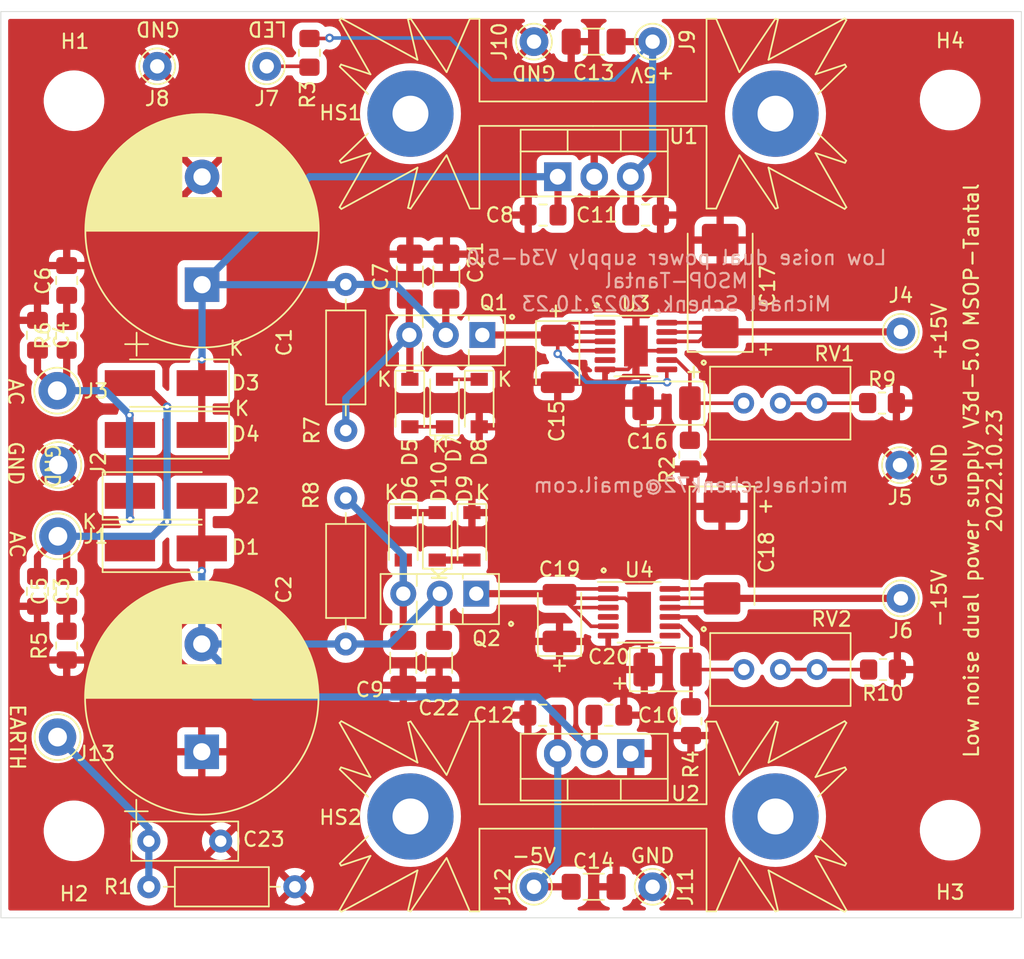
<source format=kicad_pcb>
(kicad_pcb (version 20211014) (generator pcbnew)
  (layers (0 "F.Cu" signal) (31 "B.Cu" signal) (34 "B.Paste" user) (35 "F.Paste" user) (36 "B.SilkS" user "B.Silkscreen") (37 "F.SilkS" user "F.Silkscreen") (38 "B.Mask" user) (39 "F.Mask" user) (44 "Edge.Cuts" user))
  (net 0 "")
  (net 1 "GND")
  (net 2 "Net-(C1-Pad1)")
  (net 3 "Net-(C4-Pad2)")
  (net 4 "Net-(C10-Pad2)")
  (net 5 "Net-(C11-Pad1)")
  (net 6 "Net-(C12-Pad2)")
  (net 7 "Net-(J7-Pad1)")
  (net 8 "Net-(C7-Pad1)")
  (net 9 "Net-(C9-Pad2)")
  (net 10 "Net-(C17-Pad1)")
  (net 11 "Net-(C18-Pad2)")
  (net 12 "Net-(C3-Pad1)")
  (net 13 "Net-(C5-Pad2)")
  (net 14 "Net-(C6-Pad2)")
  (net 15 "Net-(C16-Pad1)")
  (net 16 "Net-(D5-Pad2)")
  (net 17 "Net-(D10-Pad2)")
  (net 18 "Net-(D7-Pad2)")
  (net 19 "Net-(D10-Pad1)")
  (net 20 "Net-(C15-Pad1)")
  (net 21 "Net-(C20-Pad2)")
  (net 22 "Net-(C19-Pad2)")
  (net 26 "Net-(C23-Pad1)")
  (net 27 "Net-(R9-Pad1)")
  (net 28 "Net-(R10-Pad2)")
  (footprint "MountingHole:MountingHole_3.2mm_M3" (layer "F.Cu") (at 85.09 84.5)
    (fp_text reference "H2" (at 0 4.3815) (layer "F.SilkS"))
    (fp_text value "MountingHole")
    (pad "" np_thru_hole circle (at 0 0) (size 3.2 3.2) (drill 3.2) (layers *.Cu *.Mask))
  )
  (footprint "Connector_Pin:Pin_D1.0mm_L10.0mm" (layer "F.Cu") (at 142.5575 59.055)
    (fp_text reference "J5" (at 0 2.25) (layer "F.SilkS"))
    (fp_text value "GND")
    (pad "1" thru_hole circle (at 0 0) (size 2 2) (drill 1) (layers *.Cu *.Mask) (net 1 "GND"))
  )
  (footprint "Capacitor_THT:CP_Radial_D16.0mm_P7.50mm" (layer "F.Cu") (at 94 46.5 90)
    (fp_text reference "C1" (at -4.0132 5.715 90) (layer "F.SilkS"))
    (fp_text value "2200uF")
    (pad "1" thru_hole rect (at 0 0 90) (size 2.4 2.4) (drill 1.2) (layers *.Cu *.Mask) (net 2 "Net-(C1-Pad1)"))
    (pad "2" thru_hole circle (at 7.5 0 90) (size 2.4 2.4) (drill 1.2) (layers *.Cu *.Mask) (net 1 "GND"))
  )
  (footprint "MountingHole:MountingHole_3.2mm_M3" (layer "F.Cu") (at 85.09 33.7)
    (fp_text reference "H1" (at 0.0635 -4.1275) (layer "F.SilkS"))
    (fp_text value "MountingHole")
    (pad "" np_thru_hole circle (at 0 0) (size 3.2 3.2) (drill 3.2) (layers *.Cu *.Mask))
  )
  (footprint "MountingHole:MountingHole_3.2mm_M3" (layer "F.Cu") (at 146.05 33.655)
    (fp_text reference "H4" (at 0 -4.1275) (layer "F.SilkS"))
    (fp_text value "MountingHole")
    (pad "" np_thru_hole circle (at 0 0) (size 3.2 3.2) (drill 3.2) (layers *.Cu *.Mask))
  )
  (footprint "Connector_Pin:Pin_D1.3mm_L11.0mm" (layer "F.Cu") (at 83.9724 64.008)
    (fp_text reference "J1" (at 2.6416 0) (layer "F.SilkS"))
    (fp_text value "AC")
    (pad "1" thru_hole circle (at 0 0) (size 2.6 2.6) (drill 1.3) (layers *.Cu *.Mask) (net 12 "Net-(C3-Pad1)"))
  )
  (footprint "Connector_Pin:Pin_D1.0mm_L10.0mm" (layer "F.Cu") (at 142.621 49.784)
    (fp_text reference "J4" (at 0 -2.54) (layer "F.SilkS"))
    (fp_text value "+15V")
    (pad "1" thru_hole circle (at 0 0) (size 2 2) (drill 1) (layers *.Cu *.Mask) (net 10 "Net-(C17-Pad1)"))
  )
  (footprint "Potentiometer_THT:Potentiometer_Bourns_3296W_Vertical" (layer "F.Cu") (at 131.689 54.747 180)
    (fp_text reference "RV1" (at -6.3092 3.439) (layer "F.SilkS"))
    (fp_text value "200k")
    (pad "1" thru_hole circle (at 0 0 180) (size 1.44 1.44) (drill 0.8) (layers *.Cu *.Mask) (net 15 "Net-(C16-Pad1)"))
    (pad "2" thru_hole circle (at -2.54 0 180) (size 1.44 1.44) (drill 0.8) (layers *.Cu *.Mask) (net 27 "Net-(R9-Pad1)"))
    (pad "3" thru_hole circle (at -5.08 0 180) (size 1.44 1.44) (drill 0.8) (layers *.Cu *.Mask) (net 27 "Net-(R9-Pad1)"))
  )
  (footprint "Capacitor_THT:CP_Radial_D16.0mm_P7.50mm" (layer "F.Cu") (at 93.98 79 90)
    (fp_text reference "C2" (at 11.2846 5.715 90) (layer "F.SilkS"))
    (fp_text value "2200uF")
    (pad "1" thru_hole rect (at 0 0 90) (size 2.4 2.4) (drill 1.2) (layers *.Cu *.Mask) (net 1 "GND"))
    (pad "2" thru_hole circle (at 7.5 0 90) (size 2.4 2.4) (drill 1.2) (layers *.Cu *.Mask) (net 4 "Net-(C10-Pad2)"))
  )
  (footprint "MountingHole:MountingHole_3.2mm_M3" (layer "F.Cu") (at 146.05 84.455)
    (fp_text reference "H3" (at 0 4.318) (layer "F.SilkS"))
    (fp_text value "MountingHole")
    (pad "" np_thru_hole circle (at 0 0) (size 3.2 3.2) (drill 3.2) (layers *.Cu *.Mask))
  )
  (footprint "Capacitor_SMD:C_0805_2012Metric_Pad1.18x1.45mm_HandSolder" (layer "F.Cu") (at 117.729 41.656 180)
    (fp_text reference "C8" (at 3.0265 0) (layer "F.SilkS"))
    (fp_text value "330nF")
    (pad "1" smd roundrect (at -1.0375 0 180) (size 1.175 1.45) (layers "F.Cu" "F.Paste" "F.Mask") (roundrect_rratio 0.2127659574) (net 2 "Net-(C1-Pad1)"))
    (pad "2" smd roundrect (at 1.0375 0 180) (size 1.175 1.45) (layers "F.Cu" "F.Paste" "F.Mask") (roundrect_rratio 0.2127659574) (net 1 "GND"))
  )
  (footprint "Capacitor_SMD:C_0805_2012Metric_Pad1.18x1.45mm_HandSolder" (layer "F.Cu") (at 122.301 76.454 180)
    (fp_text reference "C10" (at -3.471 0) (layer "F.SilkS"))
    (fp_text value "330nF")
    (pad "1" smd roundrect (at -1.0375 0 180) (size 1.175 1.45) (layers "F.Cu" "F.Paste" "F.Mask") (roundrect_rratio 0.2127659574) (net 1 "GND"))
    (pad "2" smd roundrect (at 1.0375 0 180) (size 1.175 1.45) (layers "F.Cu" "F.Paste" "F.Mask") (roundrect_rratio 0.2127659574) (net 4 "Net-(C10-Pad2)"))
  )
  (footprint "Capacitor_SMD:C_0805_2012Metric_Pad1.18x1.45mm_HandSolder" (layer "F.Cu") (at 124.8625 41.656)
    (fp_text reference "C11" (at -3.387 0) (layer "F.SilkS"))
    (fp_text value "100nF")
    (pad "1" smd roundrect (at -1.0375 0) (size 1.175 1.45) (layers "F.Cu" "F.Paste" "F.Mask") (roundrect_rratio 0.2127659574) (net 5 "Net-(C11-Pad1)"))
    (pad "2" smd roundrect (at 1.0375 0) (size 1.175 1.45) (layers "F.Cu" "F.Paste" "F.Mask") (roundrect_rratio 0.2127659574) (net 1 "GND"))
  )
  (footprint "Capacitor_SMD:C_0805_2012Metric_Pad1.18x1.45mm_HandSolder" (layer "F.Cu") (at 117.7075 76.454)
    (fp_text reference "C12" (at -3.4075 0) (layer "F.SilkS"))
    (fp_text value "100nF")
    (pad "1" smd roundrect (at -1.0375 0) (size 1.175 1.45) (layers "F.Cu" "F.Paste" "F.Mask") (roundrect_rratio 0.2127659574) (net 1 "GND"))
    (pad "2" smd roundrect (at 1.0375 0) (size 1.175 1.45) (layers "F.Cu" "F.Paste" "F.Mask") (roundrect_rratio 0.2127659574) (net 6 "Net-(C12-Pad2)"))
  )
  (footprint "Connector_Pin:Pin_D1.0mm_L10.0mm" (layer "F.Cu") (at 98.5 31.3055)
    (fp_text reference "J7" (at 0 2.25) (layer "F.SilkS"))
    (fp_text value "LED")
    (pad "1" thru_hole circle (at 0 0) (size 2 2) (drill 1) (layers *.Cu *.Mask) (net 7 "Net-(J7-Pad1)"))
  )
  (footprint "Connector_Pin:Pin_D1.0mm_L10.0mm" (layer "F.Cu") (at 90.88 31.3055)
    (fp_text reference "J8" (at 0 2.25) (layer "F.SilkS"))
    (fp_text value "GND")
    (pad "1" thru_hole circle (at 0 0) (size 2 2) (drill 1) (layers *.Cu *.Mask) (net 1 "GND"))
  )
  (footprint "Connector_Pin:Pin_D1.0mm_L10.0mm" (layer "F.Cu") (at 125.349 29.591)
    (fp_text reference "J9" (at 2.413 0 90) (layer "F.SilkS"))
    (fp_text value "+5V")
    (pad "1" thru_hole circle (at 0 0) (size 2 2) (drill 1) (layers *.Cu *.Mask) (net 5 "Net-(C11-Pad1)"))
  )
  (footprint "Connector_Pin:Pin_D1.0mm_L10.0mm" (layer "F.Cu") (at 117.094 29.591)
    (fp_text reference "J10" (at -2.413 0 90) (layer "F.SilkS"))
    (fp_text value "GND")
    (pad "1" thru_hole circle (at 0 0) (size 2 2) (drill 1) (layers *.Cu *.Mask) (net 1 "GND"))
  )
  (footprint "Connector_Pin:Pin_D1.0mm_L10.0mm" (layer "F.Cu") (at 125.349 88.392)
    (fp_text reference "J11" (at 2.286 0 90) (layer "F.SilkS"))
    (fp_text value "GND")
    (pad "1" thru_hole circle (at 0 0) (size 2 2) (drill 1) (layers *.Cu *.Mask) (net 1 "GND"))
  )
  (footprint "Resistor_SMD:R_0805_2012Metric_Pad1.20x1.40mm_HandSolder" (layer "F.Cu") (at 101.473 30.369 90)
    (fp_text reference "R3" (at -2.905 -0.127 90) (layer "F.SilkS"))
    (fp_text value "240R")
    (pad "1" smd roundrect (at -1 0 90) (size 1.2 1.4) (layers "F.Cu" "F.Paste" "F.Mask") (roundrect_rratio 0.2083333333) (net 7 "Net-(J7-Pad1)"))
    (pad "2" smd roundrect (at 1 0 90) (size 1.2 1.4) (layers "F.Cu" "F.Paste" "F.Mask") (roundrect_rratio 0.2083333333) (net 5 "Net-(C11-Pad1)"))
  )
  (footprint "Connector_Pin:Pin_D1.3mm_L11.0mm" (layer "F.Cu") (at 84 59.0505)
    (fp_text reference "J2" (at 2.794 -0.0635 270) (layer "F.SilkS"))
    (fp_text value "GND")
    (pad "1" thru_hole circle (at 0 0) (size 2.6 2.6) (drill 1.3) (layers *.Cu *.Mask) (net 1 "GND"))
  )
  (footprint "Capacitor_Tantalum_SMD:CP_EIA-7343-31_Kemet-D_Pad2.25x2.55mm_HandSolder" (layer "F.Cu") (at 130.048 46.594 90)
    (fp_text reference "C17" (at 0 3.302 90) (layer "F.SilkS"))
    (fp_text value "33uF/25V")
    (pad "1" smd roundrect (at -3.2 0 90) (size 2.25 2.55) (layers "F.Cu" "F.Paste" "F.Mask") (roundrect_rratio 0.1111111111) (net 10 "Net-(C17-Pad1)"))
    (pad "2" smd roundrect (at 3.2 0 90) (size 2.25 2.55) (layers "F.Cu" "F.Paste" "F.Mask") (roundrect_rratio 0.1111111111) (net 1 "GND"))
  )
  (footprint "Diode_SMD:D_SMA_Handsoldering" (layer "F.Cu") (at 91.48 64.849)
    (fp_text reference "D1" (at 5.548 -0.079) (layer "F.SilkS"))
    (fp_text value "BYG20D")
    (pad "1" smd rect (at -2.5 0) (size 3.5 1.8) (layers "F.Cu" "F.Paste" "F.Mask") (net 12 "Net-(C3-Pad1)"))
    (pad "2" smd rect (at 2.5 0) (size 3.5 1.8) (layers "F.Cu" "F.Paste" "F.Mask") (net 4 "Net-(C10-Pad2)"))
  )
  (footprint "Diode_SMD:D_SMA_Handsoldering" (layer "F.Cu") (at 91.48 61.1914)
    (fp_text reference "D2" (at 5.548 0.0226) (layer "F.SilkS"))
    (fp_text value "BYG20D")
    (pad "1" smd rect (at -2.5 0) (size 3.5 1.8) (layers "F.Cu" "F.Paste" "F.Mask") (net 3 "Net-(C4-Pad2)"))
    (pad "2" smd rect (at 2.5 0) (size 3.5 1.8) (layers "F.Cu" "F.Paste" "F.Mask") (net 4 "Net-(C10-Pad2)"))
  )
  (footprint "Package_TO_SOT_THT:TO-220-3_Vertical" (layer "F.Cu") (at 123.825 79.121 180)
    (fp_text reference "U2" (at -3.81 -2.794) (layer "F.SilkS"))
    (fp_text value "LM7905_TO220")
    (pad "1" thru_hole rect (at 0 0 180) (size 1.905 2) (drill 1.1) (layers *.Cu *.Mask) (net 1 "GND"))
    (pad "2" thru_hole oval (at 2.54 0 180) (size 1.905 2) (drill 1.1) (layers *.Cu *.Mask) (net 4 "Net-(C10-Pad2)"))
    (pad "3" thru_hole oval (at 5.08 0 180) (size 1.905 2) (drill 1.1) (layers *.Cu *.Mask) (net 6 "Net-(C12-Pad2)"))
  )
  (footprint "Potentiometer_THT:Potentiometer_Bourns_3296W_Vertical" (layer "F.Cu") (at 131.699 73.279 180)
    (fp_text reference "RV2" (at -6.096 3.5052) (layer "F.SilkS"))
    (fp_text value "200k")
    (pad "1" thru_hole circle (at 0 0 180) (size 1.44 1.44) (drill 0.8) (layers *.Cu *.Mask) (net 21 "Net-(C20-Pad2)"))
    (pad "2" thru_hole circle (at -2.54 0 180) (size 1.44 1.44) (drill 0.8) (layers *.Cu *.Mask) (net 28 "Net-(R10-Pad2)"))
    (pad "3" thru_hole circle (at -5.08 0 180) (size 1.44 1.44) (drill 0.8) (layers *.Cu *.Mask) (net 28 "Net-(R10-Pad2)"))
  )
  (footprint "Connector_Pin:Pin_D1.3mm_L11.0mm" (layer "F.Cu") (at 83.9216 53.8734)
    (fp_text reference "J3" (at 2.6924 0.0299 180) (layer "F.SilkS"))
    (fp_text value "AC")
    (pad "1" thru_hole circle (at 0 0) (size 2.6 2.6) (drill 1.3) (layers *.Cu *.Mask) (net 3 "Net-(C4-Pad2)"))
  )
  (footprint "Diode_SMD:D_SMA_Handsoldering" (layer "F.Cu") (at 91.48 53.349 180)
    (fp_text reference "D3" (at -5.548 0.009) (layer "F.SilkS"))
    (fp_text value "BYG20D")
    (pad "1" smd rect (at -2.5 0 180) (size 3.5 1.8) (layers "F.Cu" "F.Paste" "F.Mask") (net 2 "Net-(C1-Pad1)"))
    (pad "2" smd rect (at 2.5 0 180) (size 3.5 1.8) (layers "F.Cu" "F.Paste" "F.Mask") (net 12 "Net-(C3-Pad1)"))
  )
  (footprint "Diode_SMD:D_SMA_Handsoldering" (layer "F.Cu") (at 91.48 56.9558 180)
    (fp_text reference "D4" (at -5.548 0.0598) (layer "F.SilkS"))
    (fp_text value "BYG20D")
    (pad "1" smd rect (at -2.5 0 180) (size 3.5 1.8) (layers "F.Cu" "F.Paste" "F.Mask") (net 2 "Net-(C1-Pad1)"))
    (pad "2" smd rect (at 2.5 0 180) (size 3.5 1.8) (layers "F.Cu" "F.Paste" "F.Mask") (net 3 "Net-(C4-Pad2)"))
  )
  (footprint "Capacitor_SMD:C_0805_2012Metric_Pad1.18x1.45mm_HandSolder" (layer "F.Cu") (at 82.55 67.8395 -90)
    (fp_text reference "C3" (at 0 -1.68 90) (layer "F.SilkS"))
    (fp_text value "Cx/10nF/50V")
    (pad "1" smd roundrect (at -1.0375 0 270) (size 1.175 1.45) (layers "F.Cu" "F.Paste" "F.Mask") (roundrect_rratio 0.2127659574) (net 12 "Net-(C3-Pad1)"))
    (pad "2" smd roundrect (at 1.0375 0 270) (size 1.175 1.45) (layers "F.Cu" "F.Paste" "F.Mask") (roundrect_rratio 0.2127659574) (net 1 "GND"))
  )
  (footprint "Capacitor_SMD:C_0805_2012Metric_Pad1.18x1.45mm_HandSolder" (layer "F.Cu") (at 82.55 50.0165 -90)
    (fp_text reference "C4" (at 0 -1.68 90) (layer "F.SilkS"))
    (fp_text value "Cx/10nF/50V")
    (pad "1" smd roundrect (at -1.0375 0 270) (size 1.175 1.45) (layers "F.Cu" "F.Paste" "F.Mask") (roundrect_rratio 0.2127659574) (net 1 "GND"))
    (pad "2" smd roundrect (at 1.0375 0 270) (size 1.175 1.45) (layers "F.Cu" "F.Paste" "F.Mask") (roundrect_rratio 0.2127659574) (net 3 "Net-(C4-Pad2)"))
  )
  (footprint "Capacitor_SMD:C_0805_2012Metric_Pad1.18x1.45mm_HandSolder" (layer "F.Cu") (at 84.582 67.8395 -90)
    (fp_text reference "C5" (at -0.0215 1.905 90) (layer "F.SilkS"))
    (fp_text value "Cs/50V")
    (pad "1" smd roundrect (at -1.0375 0 270) (size 1.175 1.45) (layers "F.Cu" "F.Paste" "F.Mask") (roundrect_rratio 0.2127659574) (net 12 "Net-(C3-Pad1)"))
    (pad "2" smd roundrect (at 1.0375 0 270) (size 1.175 1.45) (layers "F.Cu" "F.Paste" "F.Mask") (roundrect_rratio 0.2127659574) (net 13 "Net-(C5-Pad2)"))
  )
  (footprint "Capacitor_SMD:C_0805_2012Metric_Pad1.18x1.45mm_HandSolder" (layer "F.Cu") (at 84.582 46.2065 -90)
    (fp_text reference "C6" (at 0.0215 1.651 90) (layer "F.SilkS"))
    (fp_text value "Cs/50V")
    (pad "1" smd roundrect (at -1.0375 0 270) (size 1.175 1.45) (layers "F.Cu" "F.Paste" "F.Mask") (roundrect_rratio 0.2127659574) (net 1 "GND"))
    (pad "2" smd roundrect (at 1.0375 0 270) (size 1.175 1.45) (layers "F.Cu" "F.Paste" "F.Mask") (roundrect_rratio 0.2127659574) (net 14 "Net-(C6-Pad2)"))
  )
  (footprint "Capacitor_SMD:C_1206_3216Metric_Pad1.33x1.80mm_HandSolder" (layer "F.Cu") (at 108.458 45.9375 90)
    (fp_text reference "C7" (at -0.0365 -2.032 90) (layer "F.SilkS"))
    (fp_text value "4.7uF/50V")
    (pad "1" smd roundrect (at -1.5625 0 90) (size 1.325 1.8) (layers "F.Cu" "F.Paste" "F.Mask") (roundrect_rratio 0.1886792453) (net 8 "Net-(C7-Pad1)"))
    (pad "2" smd roundrect (at 1.5625 0 90) (size 1.325 1.8) (layers "F.Cu" "F.Paste" "F.Mask") (roundrect_rratio 0.1886792453) (net 1 "GND"))
  )
  (footprint "Capacitor_SMD:C_1206_3216Metric_Pad1.33x1.80mm_HandSolder" (layer "F.Cu") (at 108 72.8095 90)
    (fp_text reference "C9" (at -1.8665 -2.336) (layer "F.SilkS"))
    (fp_text value "4.7uF/50V")
    (pad "1" smd roundrect (at -1.5625 0 90) (size 1.325 1.8) (layers "F.Cu" "F.Paste" "F.Mask") (roundrect_rratio 0.1886792453) (net 1 "GND"))
    (pad "2" smd roundrect (at 1.5625 0 90) (size 1.325 1.8) (layers "F.Cu" "F.Paste" "F.Mask") (roundrect_rratio 0.1886792453) (net 9 "Net-(C9-Pad2)"))
  )
  (footprint "Diode_SMD:D_SOD-123" (layer "F.Cu") (at 108.458 54.736 -90)
    (fp_text reference "D5" (at 3.43 0 90) (layer "F.SilkS"))
    (fp_text value "MMSZ5232B/5.6V")
    (pad "1" smd rect (at -1.65 0 270) (size 0.9 1.2) (layers "F.Cu" "F.Paste" "F.Mask") (net 8 "Net-(C7-Pad1)"))
    (pad "2" smd rect (at 1.65 0 270) (size 0.9 1.2) (layers "F.Cu" "F.Paste" "F.Mask") (net 16 "Net-(D5-Pad2)"))
  )
  (footprint "Diode_SMD:D_SOD-123" (layer "F.Cu") (at 108 64.009 -90)
    (fp_text reference "D6" (at -3.303 -0.458 -270) (layer "F.SilkS"))
    (fp_text value "MMSZ5232B/5.6V")
    (pad "1" smd rect (at -1.65 0 270) (size 0.9 1.2) (layers "F.Cu" "F.Paste" "F.Mask") (net 17 "Net-(D10-Pad2)"))
    (pad "2" smd rect (at 1.65 0 270) (size 0.9 1.2) (layers "F.Cu" "F.Paste" "F.Mask") (net 9 "Net-(C9-Pad2)"))
  )
  (footprint "Package_TO_SOT_THT:TO-126-3_Vertical" (layer "F.Cu") (at 113.5 50 180)
    (fp_text reference "Q1" (at -0.8 2.248) (layer "F.SilkS"))
    (fp_text value "BD139")
    (pad "1" thru_hole rect (at 0 0 180) (size 1.8 1.8) (drill 1) (layers *.Cu *.Mask) (net 20 "Net-(C15-Pad1)"))
    (pad "2" thru_hole oval (at 2.54 0 180) (size 1.8 1.8) (drill 1) (layers *.Cu *.Mask) (net 2 "Net-(C1-Pad1)"))
    (pad "3" thru_hole oval (at 5.08 0 180) (size 1.8 1.8) (drill 1) (layers *.Cu *.Mask) (net 8 "Net-(C7-Pad1)"))
  )
  (footprint "Package_TO_SOT_THT:TO-126-3_Vertical" (layer "F.Cu") (at 113.08 68 180)
    (fp_text reference "Q2" (at -0.712 -3.12) (layer "F.SilkS"))
    (fp_text value "BD140")
    (pad "1" thru_hole rect (at 0 0 180) (size 1.8 1.8) (drill 1) (layers *.Cu *.Mask) (net 22 "Net-(C19-Pad2)"))
    (pad "2" thru_hole oval (at 2.54 0 180) (size 1.8 1.8) (drill 1) (layers *.Cu *.Mask) (net 4 "Net-(C10-Pad2)"))
    (pad "3" thru_hole oval (at 5.08 0 180) (size 1.8 1.8) (drill 1) (layers *.Cu *.Mask) (net 9 "Net-(C9-Pad2)"))
  )
  (footprint "Resistor_SMD:R_0805_2012Metric_Pad1.20x1.40mm_HandSolder" (layer "F.Cu") (at 84.582 71.612 -90)
    (fp_text reference "R5" (at 0.016 1.905 90) (layer "F.SilkS"))
    (fp_text value "Rs/1/8W")
    (pad "1" smd roundrect (at -1 0 270) (size 1.2 1.4) (layers "F.Cu" "F.Paste" "F.Mask") (roundrect_rratio 0.2083333333) (net 13 "Net-(C5-Pad2)"))
    (pad "2" smd roundrect (at 1 0 270) (size 1.2 1.4) (layers "F.Cu" "F.Paste" "F.Mask") (roundrect_rratio 0.2083333333) (net 1 "GND"))
  )
  (footprint "Resistor_SMD:R_0805_2012Metric_Pad1.20x1.40mm_HandSolder" (layer "F.Cu") (at 84.582 50.054 -90)
    (fp_text reference "R6" (at -0.016 1.651 90) (layer "F.SilkS"))
    (fp_text value "Rs/1/8W")
    (pad "1" smd roundrect (at -1 0 270) (size 1.2 1.4) (layers "F.Cu" "F.Paste" "F.Mask") (roundrect_rratio 0.2083333333) (net 14 "Net-(C6-Pad2)"))
    (pad "2" smd roundrect (at 1 0 270) (size 1.2 1.4) (layers "F.Cu" "F.Paste" "F.Mask") (roundrect_rratio 0.2083333333) (net 3 "Net-(C4-Pad2)"))
  )
  (footprint "Resistor_THT:R_Axial_DIN0207_L6.3mm_D2.5mm_P10.16mm_Horizontal" (layer "F.Cu") (at 104 46.482 -90)
    (fp_text reference "R7" (at 10.16 2.3495 90) (layer "F.SilkS"))
    (fp_text value "430R/0.6W")
    (pad "1" thru_hole circle (at 0 0 270) (size 1.6 1.6) (drill 0.8) (layers *.Cu *.Mask) (net 2 "Net-(C1-Pad1)"))
    (pad "2" thru_hole oval (at 10.16 0 270) (size 1.6 1.6) (drill 0.8) (layers *.Cu *.Mask) (net 8 "Net-(C7-Pad1)"))
  )
  (footprint "Resistor_THT:R_Axial_DIN0207_L6.3mm_D2.5mm_P10.16mm_Horizontal" (layer "F.Cu") (at 104 61.34 -90)
    (fp_text reference "R8" (at -0.1905 2.413 90) (layer "F.SilkS"))
    (fp_text value "430R/0.6W")
    (pad "1" thru_hole circle (at 0 0 270) (size 1.6 1.6) (drill 0.8) (layers *.Cu *.Mask) (net 9 "Net-(C9-Pad2)"))
    (pad "2" thru_hole oval (at 10.16 0 270) (size 1.6 1.6) (drill 0.8) (layers *.Cu *.Mask) (net 4 "Net-(C10-Pad2)"))
  )
  (footprint "Capacitor_SMD:C_1206_3216Metric_Pad1.33x1.80mm_HandSolder" (layer "F.Cu") (at 121.2465 29.591 180)
    (fp_text reference "C13" (at 0 -2.159) (layer "F.SilkS"))
    (fp_text value "10uF/25V")
    (pad "1" smd roundrect (at -1.5625 0 180) (size 1.325 1.8) (layers "F.Cu" "F.Paste" "F.Mask") (roundrect_rratio 0.1886792453) (net 5 "Net-(C11-Pad1)"))
    (pad "2" smd roundrect (at 1.5625 0 180) (size 1.325 1.8) (layers "F.Cu" "F.Paste" "F.Mask") (roundrect_rratio 0.1886792453) (net 1 "GND"))
  )
  (footprint "Capacitor_SMD:C_1206_3216Metric_Pad1.33x1.80mm_HandSolder" (layer "F.Cu") (at 121.2465 88.392 180)
    (fp_text reference "C14" (at 0 1.778) (layer "F.SilkS"))
    (fp_text value "10uF/25V")
    (pad "1" smd roundrect (at -1.5625 0 180) (size 1.325 1.8) (layers "F.Cu" "F.Paste" "F.Mask") (roundrect_rratio 0.1886792453) (net 1 "GND"))
    (pad "2" smd roundrect (at 1.5625 0 180) (size 1.325 1.8) (layers "F.Cu" "F.Paste" "F.Mask") (roundrect_rratio 0.1886792453) (net 6 "Net-(C12-Pad2)"))
  )
  (footprint "Connector_Pin:Pin_D1.0mm_L10.0mm" (layer "F.Cu") (at 117.094 88.392)
    (fp_text reference "J12" (at -2.159 0 90) (layer "F.SilkS"))
    (fp_text value "-5V")
    (pad "1" thru_hole circle (at 0 0) (size 2 2) (drill 1) (layers *.Cu *.Mask) (net 6 "Net-(C12-Pad2)"))
  )
  (footprint "Package_TO_SOT_THT:TO-220-3_Vertical" (layer "F.Cu") (at 118.745 38.989)
    (fp_text reference "U1" (at 8.763 -2.794) (layer "F.SilkS"))
    (fp_text value "LM7805_TO220")
    (pad "1" thru_hole rect (at 0 0) (size 1.905 2) (drill 1.1) (layers *.Cu *.Mask) (net 2 "Net-(C1-Pad1)"))
    (pad "2" thru_hole oval (at 2.54 0) (size 1.905 2) (drill 1.1) (layers *.Cu *.Mask) (net 1 "GND"))
    (pad "3" thru_hole oval (at 5.08 0) (size 1.905 2) (drill 1.1) (layers *.Cu *.Mask) (net 5 "Net-(C11-Pad1)"))
  )
  (footprint "Capacitor_Tantalum_SMD:CP_EIA-7343-31_Kemet-D_Pad2.25x2.55mm_HandSolder" (layer "F.Cu") (at 130.175 65.126 -90)
    (fp_text reference "C18" (at 0 -3.1 -270) (layer "F.SilkS"))
    (fp_text value "33uF/25V")
    (pad "1" smd roundrect (at -3.2 0 270) (size 2.25 2.55) (layers "F.Cu" "F.Paste" "F.Mask") (roundrect_rratio 0.1111111111) (net 1 "GND"))
    (pad "2" smd roundrect (at 3.2 0 270) (size 2.25 2.55) (layers "F.Cu" "F.Paste" "F.Mask") (roundrect_rratio 0.1111111111) (net 11 "Net-(C18-Pad2)"))
  )
  (footprint "Diode_SMD:D_SOD-123" (layer "F.Cu") (at 110.871 54.736 90)
    (fp_text reference "D7" (at -3.176 0.635 90) (layer "F.SilkS"))
    (fp_text value "MMSZ5232B/5.6V")
    (pad "1" smd rect (at -1.65 0 90) (size 0.9 1.2) (layers "F.Cu" "F.Paste" "F.Mask") (net 16 "Net-(D5-Pad2)"))
    (pad "2" smd rect (at 1.65 0 90) (size 0.9 1.2) (layers "F.Cu" "F.Paste" "F.Mask") (net 18 "Net-(D7-Pad2)"))
  )
  (footprint "Diode_SMD:D_SOD-123" (layer "F.Cu") (at 113.284 54.736 -90)
    (fp_text reference "D8" (at 3.43 0 90) (layer "F.SilkS"))
    (fp_text value "MMSZ5232B/5.6V")
    (pad "1" smd rect (at -1.65 0 270) (size 0.9 1.2) (layers "F.Cu" "F.Paste" "F.Mask") (net 18 "Net-(D7-Pad2)"))
    (pad "2" smd rect (at 1.65 0 270) (size 0.9 1.2) (layers "F.Cu" "F.Paste" "F.Mask") (net 1 "GND"))
  )
  (footprint "Diode_SMD:D_SOD-123" (layer "F.Cu") (at 112.776 64.009 -90)
    (fp_text reference "D9" (at -3.303 0.508 -270) (layer "F.SilkS"))
    (fp_text value "MMSZ5232B/5.6V")
    (pad "1" smd rect (at -1.65 0 270) (size 0.9 1.2) (layers "F.Cu" "F.Paste" "F.Mask") (net 1 "GND"))
    (pad "2" smd rect (at 1.65 0 270) (size 0.9 1.2) (layers "F.Cu" "F.Paste" "F.Mask") (net 19 "Net-(D10-Pad1)"))
  )
  (footprint "Diode_SMD:D_SOD-123" (layer "F.Cu") (at 110.363 64.009 90)
    (fp_text reference "D10" (at 3.811 0.127 90) (layer "F.SilkS"))
    (fp_text value "MMSZ5232B/5.6V")
    (pad "1" smd rect (at -1.65 0 90) (size 0.9 1.2) (layers "F.Cu" "F.Paste" "F.Mask") (net 19 "Net-(D10-Pad1)"))
    (pad "2" smd rect (at 1.65 0 90) (size 0.9 1.2) (layers "F.Cu" "F.Paste" "F.Mask") (net 17 "Net-(D10-Pad2)"))
  )
  (footprint "Capacitor_Tantalum_SMD:CP_EIA-3528-15_AVX-H_Pad1.50x2.35mm_HandSolder" (layer "F.Cu") (at 126.391 73.279)
    (fp_text reference "C20" (at -4.09 -0.889) (layer "F.SilkS"))
    (fp_text value "4.7uF/35V")
    (pad "1" smd roundrect (at -1.625 0) (size 1.5 2.35) (layers "F.Cu" "F.Paste" "F.Mask") (roundrect_rratio 0.1666673333) (net 1 "GND"))
    (pad "2" smd roundrect (at 1.625 0) (size 1.5 2.35) (layers "F.Cu" "F.Paste" "F.Mask") (roundrect_rratio 0.1666673333) (net 21 "Net-(C20-Pad2)"))
  )
  (footprint "Connector_Pin:Pin_D1.0mm_L10.0mm" (layer "F.Cu") (at 142.621 68.326)
    (fp_text reference "J6" (at 0 2.25) (layer "F.SilkS"))
    (fp_text value "-15V")
    (pad "1" thru_hole circle (at 0 0) (size 2 2) (drill 1) (layers *.Cu *.Mask) (net 11 "Net-(C18-Pad2)"))
  )
  (footprint "Capacitor_SMD:C_1206_3216Metric_Pad1.33x1.80mm_HandSolder" (layer "F.Cu") (at 111 45.9375 90)
    (fp_text reference "C21" (at 0.9795 2.03 90) (layer "F.SilkS"))
    (fp_text value "4.7uF/50V")
    (pad "1" smd roundrect (at -1.5625 0 90) (size 1.325 1.8) (layers "F.Cu" "F.Paste" "F.Mask") (roundrect_rratio 0.1886792453) (net 2 "Net-(C1-Pad1)"))
    (pad "2" smd roundrect (at 1.5625 0 90) (size 1.325 1.8) (layers "F.Cu" "F.Paste" "F.Mask") (roundrect_rratio 0.1886792453) (net 1 "GND"))
  )
  (footprint "Capacitor_SMD:C_1206_3216Metric_Pad1.33x1.80mm_HandSolder" (layer "F.Cu") (at 110.49 72.8095 90)
    (fp_text reference "C22" (at -3.1365 0) (layer "F.SilkS"))
    (fp_text value "4.7uF/50V")
    (pad "1" smd roundrect (at -1.5625 0 90) (size 1.325 1.8) (layers "F.Cu" "F.Paste" "F.Mask") (roundrect_rratio 0.1886792453) (net 1 "GND"))
    (pad "2" smd roundrect (at 1.5625 0 90) (size 1.325 1.8) (layers "F.Cu" "F.Paste" "F.Mask") (roundrect_rratio 0.1886792453) (net 4 "Net-(C10-Pad2)"))
  )
  (footprint "Capacitor_Tantalum_SMD:CP_EIA-3528-15_AVX-H_Pad1.50x2.35mm_HandSolder" (layer "F.Cu") (at 118.872 69.697 90)
    (fp_text reference "C19" (at 3.403 0 180) (layer "F.SilkS"))
    (fp_text value "4.7uF/35V")
    (pad "1" smd roundrect (at -1.625 0 90) (size 1.5 2.35) (layers "F.Cu" "F.Paste" "F.Mask") (roundrect_rratio 0.1666673333) (net 1 "GND"))
    (pad "2" smd roundrect (at 1.625 0 90) (size 1.5 2.35) (layers "F.Cu" "F.Paste" "F.Mask") (roundrect_rratio 0.1666673333) (net 22 "Net-(C19-Pad2)"))
  )
  (footprint "Package_SO:MSOP-12-1EP_3x4mm_P0.65mm_EP1.65x2.85mm" (layer "F.Cu") (at 124.4105 69.2935)
    (fp_text reference "U4" (at 0 -2.95) (layer "F.SilkS"))
    (fp_text value "LT3094xMSE")
    (pad "1" smd roundrect (at -2.15 -1.625) (size 1.45 0.4) (layers "F.Cu" "F.Paste" "F.Mask") (net 22 "Net-(C19-Pad2)"))
    (pad "2" smd roundrect (at -2.15 -0.975) (size 1.45 0.4) (layers "F.Cu" "F.Paste" "F.Mask") (net 22 "Net-(C19-Pad2)"))
    (pad "3" smd roundrect (at -2.15 -0.325) (size 1.45 0.4) (layers "F.Cu" "F.Paste" "F.Mask") (net 22 "Net-(C19-Pad2)"))
    (pad "4" smd roundrect (at -2.15 0.325) (size 1.45 0.4) (layers "F.Cu" "F.Paste" "F.Mask"))
    (pad "5" smd roundrect (at -2.15 0.975) (size 1.45 0.4) (layers "F.Cu" "F.Paste" "F.Mask") (net 22 "Net-(C19-Pad2)"))
    (pad "6" smd roundrect (at -2.15 1.625) (size 1.45 0.4) (layers "F.Cu" "F.Paste" "F.Mask") (net 1 "GND"))
    (pad "7" smd roundrect (at 2.15 1.625) (size 1.45 0.4) (layers "F.Cu" "F.Paste" "F.Mask"))
    (pad "8" smd roundrect (at 2.15 0.975) (size 1.45 0.4) (layers "F.Cu" "F.Paste" "F.Mask") (net 21 "Net-(C20-Pad2)"))
    (pad "9" smd roundrect (at 2.15 0.325) (size 1.45 0.4) (layers "F.Cu" "F.Paste" "F.Mask") (net 1 "GND"))
    (pad "10" smd roundrect (at 2.15 -0.325) (size 1.45 0.4) (layers "F.Cu" "F.Paste" "F.Mask") (net 11 "Net-(C18-Pad2)"))
    (pad "11" smd roundrect (at 2.15 -0.975) (size 1.45 0.4) (layers "F.Cu" "F.Paste" "F.Mask") (net 11 "Net-(C18-Pad2)"))
    (pad "12" smd roundrect (at 2.15 -1.625) (size 1.45 0.4) (layers "F.Cu" "F.Paste" "F.Mask") (net 11 "Net-(C18-Pad2)"))
    (pad "13" smd rect (at 0 0) (size 1.65 2.85) (layers "F.Cu" "F.Mask") (net 22 "Net-(C19-Pad2)"))
  )
  (footprint "Capacitor_Tantalum_SMD:CP_EIA-3528-15_AVX-H_Pad1.50x2.35mm_HandSolder" (layer "F.Cu") (at 118.745 51.663 -90)
    (fp_text reference "C15" (at 4.344 0.0635 90) (layer "F.SilkS"))
    (fp_text value "4.7uF/35V")
    (pad "1" smd roundrect (at -1.625 0 270) (size 1.5 2.35) (layers "F.Cu" "F.Paste" "F.Mask") (roundrect_rratio 0.1666673333) (net 20 "Net-(C15-Pad1)"))
    (pad "2" smd roundrect (at 1.625 0 270) (size 1.5 2.35) (layers "F.Cu" "F.Paste" "F.Mask") (roundrect_rratio 0.1666673333) (net 1 "GND"))
  )
  (footprint "Capacitor_Tantalum_SMD:CP_EIA-3528-15_AVX-H_Pad1.50x2.35mm_HandSolder" (layer "F.Cu") (at 126.3175 54.747 180)
    (fp_text reference "C16" (at 1.3495 -2.657) (layer "F.SilkS"))
    (fp_text value "4.7uF/35V")
    (pad "1" smd roundrect (at -1.625 0 180) (size 1.5 2.35) (layers "F.Cu" "F.Paste" "F.Mask") (roundrect_rratio 0.1666673333) (net 15 "Net-(C16-Pad1)"))
    (pad "2" smd roundrect (at 1.625 0 180) (size 1.5 2.35) (layers "F.Cu" "F.Paste" "F.Mask") (roundrect_rratio 0.1666673333) (net 1 "GND"))
  )
  (footprint "Package_SO:MSOP-12-1EP_3x4mm_P0.65mm_EP1.65x2.85mm" (layer "F.Cu") (at 124.187 50.769)
    (fp_text reference "U3" (at 0 -2.95) (layer "F.SilkS"))
    (fp_text value "LT3045xMSE")
    (pad "1" smd roundrect (at -2.15 -1.625) (size 1.45 0.4) (layers "F.Cu" "F.Paste" "F.Mask") (net 20 "Net-(C15-Pad1)"))
    (pad "2" smd roundrect (at -2.15 -0.975) (size 1.45 0.4) (layers "F.Cu" "F.Paste" "F.Mask") (net 20 "Net-(C15-Pad1)"))
    (pad "3" smd roundrect (at -2.15 -0.325) (size 1.45 0.4) (layers "F.Cu" "F.Paste" "F.Mask") (net 20 "Net-(C15-Pad1)"))
    (pad "4" smd roundrect (at -2.15 0.325) (size 1.45 0.4) (layers "F.Cu" "F.Paste" "F.Mask") (net 20 "Net-(C15-Pad1)"))
    (pad "5" smd roundrect (at -2.15 0.975) (size 1.45 0.4) (layers "F.Cu" "F.Paste" "F.Mask"))
    (pad "6" smd roundrect (at -2.15 1.625) (size 1.45 0.4) (layers "F.Cu" "F.Paste" "F.Mask") (net 1 "GND"))
    (pad "7" smd roundrect (at 2.15 1.625) (size 1.45 0.4) (layers "F.Cu" "F.Paste" "F.Mask") (net 20 "Net-(C15-Pad1)"))
    (pad "8" smd roundrect (at 2.15 0.975) (size 1.45 0.4) (layers "F.Cu" "F.Paste" "F.Mask") (net 15 "Net-(C16-Pad1)"))
    (pad "9" smd roundrect (at 2.15 0.325) (size 1.45 0.4) (layers "F.Cu" "F.Paste" "F.Mask") (net 1 "GND"))
    (pad "10" smd roundrect (at 2.15 -0.325) (size 1.45 0.4) (layers "F.Cu" "F.Paste" "F.Mask") (net 10 "Net-(C17-Pad1)"))
    (pad "11" smd roundrect (at 2.15 -0.975) (size 1.45 0.4) (layers "F.Cu" "F.Paste" "F.Mask") (net 10 "Net-(C17-Pad1)"))
    (pad "12" smd roundrect (at 2.15 -1.625) (size 1.45 0.4) (layers "F.Cu" "F.Paste" "F.Mask") (net 10 "Net-(C17-Pad1)"))
    (pad "13" smd rect (at 0 0) (size 1.65 2.85) (layers "F.Cu" "F.Mask") (net 1 "GND"))
  )
  (footprint "Capacitor_THT:C_Rect_L7.2mm_W2.5mm_P5.00mm_FKS2_FKP2_MKS2_MKP2" (layer "F.Cu") (at 90.297 85.217)
    (fp_text reference "C23" (at 8.001 -0.127) (layer "F.SilkS"))
    (fp_text value "10nF")
    (pad "1" thru_hole circle (at 0 0) (size 1.6 1.6) (drill 0.8) (layers *.Cu *.Mask) (net 26 "Net-(C23-Pad1)"))
    (pad "2" thru_hole circle (at 5 0) (size 1.6 1.6) (drill 0.8) (layers *.Cu *.Mask) (net 1 "GND"))
  )
  (footprint "Connector_Pin:Pin_D1.3mm_L11.0mm" (layer "F.Cu") (at 83.947 77.978)
    (fp_text reference "J13" (at 2.667 1.143) (layer "F.SilkS"))
    (fp_text value "EARTH")
    (pad "1" thru_hole circle (at 0 0) (size 2.6 2.6) (drill 1.3) (layers *.Cu *.Mask) (net 26 "Net-(C23-Pad1)"))
  )
  (footprint "Resistor_THT:R_Axial_DIN0207_L6.3mm_D2.5mm_P10.16mm_Horizontal" (layer "F.Cu") (at 100.457 88.392 180)
    (fp_text reference "R1" (at 12.319 0) (layer "F.SilkS"))
    (fp_text value "100R/0.6W")
    (pad "1" thru_hole circle (at 0 0 180) (size 1.6 1.6) (drill 0.8) (layers *.Cu *.Mask) (net 1 "GND"))
    (pad "2" thru_hole oval (at 10.16 0 180) (size 1.6 1.6) (drill 0.8) (layers *.Cu *.Mask) (net 26 "Net-(C23-Pad1)"))
  )
  (footprint "Heatsink:Heatsink_Fischer_SK104-STC-STIC_35x13mm_2xDrill2.5mm" (layer "F.Cu") (at 121.2 34.603)
    (fp_text reference "HS1" (at -17.568 -0.059) (layer "F.SilkS"))
    (fp_text value "Heatsink")
    (pad "1" thru_hole circle (at -12.7 0 180) (size 6 6) (drill 2.5) (layers *.Cu *.Mask))
    (pad "1" thru_hole circle (at 12.7 0) (size 6 6) (drill 2.5) (layers *.Cu *.Mask))
  )
  (footprint "Resistor_SMD:R_0805_2012Metric_Pad1.20x1.40mm_HandSolder" (layer "F.Cu") (at 141.3764 73.279 180)
    (fp_text reference "R10" (at 0 -1.65) (layer "F.SilkS"))
    (fp_text value "Rvset")
    (pad "1" smd roundrect (at -1 0 180) (size 1.2 1.4) (layers "F.Cu" "F.Paste" "F.Mask") (roundrect_rratio 0.2083333333) (net 1 "GND"))
    (pad "2" smd roundrect (at 1 0 180) (size 1.2 1.4) (layers "F.Cu" "F.Paste" "F.Mask") (roundrect_rratio 0.2083333333) (net 28 "Net-(R10-Pad2)"))
  )
  (footprint "Resistor_SMD:R_0805_2012Metric_Pad1.20x1.40mm_HandSolder" (layer "F.Cu") (at 128.016 76.8698 90)
    (fp_text reference "R4" (at -3.0132 0 90) (layer "F.SilkS"))
    (fp_text value "Rvset")
    (pad "1" smd roundrect (at -1 0 90) (size 1.2 1.4) (layers "F.Cu" "F.Paste" "F.Mask") (roundrect_rratio 0.2083333333) (net 1 "GND"))
    (pad "2" smd roundrect (at 1 0 90) (size 1.2 1.4) (layers "F.Cu" "F.Paste" "F.Mask") (roundrect_rratio 0.2083333333) (net 21 "Net-(C20-Pad2)"))
  )
  (footprint "Resistor_SMD:R_0805_2012Metric_Pad1.20x1.40mm_HandSolder" (layer "F.Cu") (at 127.9398 58.3278 -90)
    (fp_text reference "R2" (at 1.0574 1.5748 90) (layer "F.SilkS"))
    (fp_text value "Rvset")
    (pad "1" smd roundrect (at -1 0 270) (size 1.2 1.4) (layers "F.Cu" "F.Paste" "F.Mask") (roundrect_rratio 0.2083333333) (net 15 "Net-(C16-Pad1)"))
    (pad "2" smd roundrect (at 1 0 270) (size 1.2 1.4) (layers "F.Cu" "F.Paste" "F.Mask") (roundrect_rratio 0.2083333333) (net 1 "GND"))
  )
  (footprint "Resistor_SMD:R_0805_2012Metric_Pad1.20x1.40mm_HandSolder" (layer "F.Cu") (at 141.3096 54.737)
    (fp_text reference "R9" (at 0 -1.65) (layer "F.SilkS"))
    (fp_text value "Rvset")
    (pad "1" smd roundrect (at -1 0) (size 1.2 1.4) (layers "F.Cu" "F.Paste" "F.Mask") (roundrect_rratio 0.2083333333) (net 27 "Net-(R9-Pad1)"))
    (pad "2" smd roundrect (at 1 0) (size 1.2 1.4) (layers "F.Cu" "F.Paste" "F.Mask") (roundrect_rratio 0.2083333333) (net 1 "GND"))
  )
  (footprint "Heatsink:Heatsink_Fischer_SK104-STC-STIC_35x13mm_2xDrill2.5mm" (layer "F.Cu") (at 121.2 83.5)
    (fp_text reference "HS2" (at -17.568 0.066) (layer "F.SilkS"))
    (fp_text value "Heatsink")
    (pad "1" thru_hole circle (at 12.7 0) (size 6 6) (drill 2.5) (layers *.Cu *.Mask))
    (pad "1" thru_hole circle (at -12.7 0 180) (size 6 6) (drill 2.5) (layers *.Cu *.Mask))
  )
  (gr_line (start 80 27.5) (end 80.01 90.551) (layer "Edge.Cuts") (width 0.05))
  (gr_line (start 151.003 90.551) (end 151.003 27.5) (layer "Edge.Cuts") (width 0.05))
  (gr_line (start 80.01 90.551) (end 151.003 90.551) (layer "Edge.Cuts") (width 0.05))
  (gr_line (start 151.003 27.5) (end 80 27.5) (layer "Edge.Cuts") (width 0.05))
  (gr_text "michaelschenk72@gmail.com" (at 128.016 60.452) (layer "B.SilkS") (effects (font (size 1 1)) (justify mirror)))
  (gr_text "Low noise dual power supply V3d-5.0\nMSOP-Tantal\nMichael Schenk, 2022.10.23" (at 127 46.228) (layer "B.SilkS") (effects (font (size 1 1)) (justify mirror)))
  (gr_text "LED" (at 98.552 28.702 180) (layer "F.SilkS") (effects (font (size 1 1))))
  (gr_text "GND" (at 90.932 28.702 180) (layer "F.SilkS") (effects (font (size 1 1))))
  (gr_text "GND" (at 125.349 86.233) (layer "F.SilkS") (effects (font (size 1 1))))
  (gr_text "-5V" (at 117.094 86.233) (layer "F.SilkS") (effects (font (size 1 1))))
  (gr_text "+5V" (at 125.349 31.877 180) (layer "F.SilkS") (effects (font (size 1 1))))
  (gr_text "GND" (at 117.094 31.75 180) (layer "F.SilkS") (effects (font (size 1 1))))
  (gr_text "K" (at 86.1695 62.992) (layer "F.SilkS") (effects (font (size 1 1))))
  (gr_text "K" (at 96.774 55.118) (layer "F.SilkS") (effects (font (size 1 1))))
  (gr_text "K" (at 107.188 60.96) (layer "F.SilkS") (effects (font (size 1 1))))
  (gr_text "°" (at 128.905 52.324) (layer "F.SilkS") (effects (font (size 1 1))))
  (gr_text "°" (at 121.943 66.7795) (layer "F.SilkS") (effects (font (size 1 1))))
  (gr_text "+" (at 123.063 74.168) (layer "F.SilkS") (effects (font (size 1 1))))
  (gr_text "°" (at 115.57 49.149) (layer "F.SilkS") (effects (font (size 1 1))))
  (gr_text "°" (at 115.5 70.5) (layer "F.SilkS") (effects (font (size 1 1))))
  (gr_text "-15V" (at 145.288 68.326 90) (layer "F.SilkS") (effects (font (size 1 1))))
  (gr_text "+" (at 118.872 72.939) (layer "F.SilkS") (effects (font (size 1 1))))
  (gr_text "°" (at 121.4655 48.3335) (layer "F.SilkS") (effects (font (size 1 1))))
  (gr_text "+" (at 128.2192 52.5018) (layer "F.SilkS") (effects (font (size 1 1))))
  (gr_text "+" (at 118.618 48.26) (layer "F.SilkS") (effects (font (size 1 1))))
  (gr_text "+" (at 133.223 50.937) (layer "F.SilkS") (effects (font (size 1 1))))
  (gr_text "+" (at 133.223 61.849) (layer "F.SilkS") (effects (font (size 1 1))))
  (gr_text "AC" (at 81.026 53.975 270) (layer "F.SilkS") (effects (font (size 1 1))))
  (gr_text "K" (at 106.68 53.086) (layer "F.SilkS") (effects (font (size 1 1))))
  (gr_text "K" (at 110.49 57.658) (layer "F.SilkS") (effects (font (size 1 1))))
  (gr_text "EARTH" (at 81.153 77.978 270) (layer "F.SilkS") (effects (font (size 1 1))))
  (gr_text "GND" (at 145.288 59.055 90) (layer "F.SilkS") (effects (font (size 1 1))))
  (gr_text "K" (at 113.538 60.96) (layer "F.SilkS") (effects (font (size 1 1))))
  (gr_text "°" (at 128.905 70.866) (layer "F.SilkS") (effects (font (size 1 1))))
  (gr_text "K" (at 115.062 53.086) (layer "F.SilkS") (effects (font (size 1 1))))
  (gr_text "K" (at 110.54 66.63 90) (layer "F.SilkS") (effects (font (size 1 1))))
  (gr_text "K" (at 96.393 50.927) (layer "F.SilkS") (effects (font (size 1 1))))
  (gr_text "GND" (at 81.026 58.927955 270) (layer "F.SilkS") (effects (font (size 1 1))))
  (gr_text "Low noise dual power supply V3d-5.0 MSOP-Tantal\n2022.10.23" (at 148.336 59.436 90) (layer "F.SilkS") (effects (font (size 1 1))))
  (gr_text "AC" (at 81.1276 64.5877 270) (layer "F.SilkS") (effects (font (size 1 1))))
  (gr_text "GND" (at 83.566 59.114 270) (layer "F.SilkS") (effects (font (size 1 1))))
  (gr_text "+15V" (at 145.288 49.784 90) (layer "F.SilkS") (effects (font (size 1 1))))
  (segment (start 122.037 52.394) (end 122.237 52.594) (width 0.25) (layer "F.Cu") (net 1))
  (segment (start 126.337 51.094) (end 124.512 51.094) (width 0.25) (layer "F.Cu") (net 1))
  (segment (start 126.5605 69.6185) (end 128.4195 69.6185) (width 0.25) (layer "F.Cu") (net 1))
  (segment (start 123.638 52.394) (end 123.825 52.207) (width 0.25) (layer "F.Cu") (net 1))
  (segment (start 122.037 52.394) (end 123.638 52.394) (width 0.25) (layer "F.Cu") (net 1))
  (segment (start 128.4195 69.6185) (end 129.794 70.993) (width 0.25) (layer "F.Cu") (net 1))
  (segment (start 122.2605 70.9185) (end 122.2605 73.2565) (width 0.25) (layer "F.Cu") (net 1))
  (segment (start 93.98 53.349) (end 93.98 51.689) (width 0.5) (layer "F.Cu") (net 2))
  (segment (start 110.96 50) (end 110.96 47.54) (width 0.5) (layer "F.Cu") (net 2))
  (segment (start 93.98 56.9558) (end 93.98 53.349) (width 0.5) (layer "F.Cu") (net 2))
  (segment (start 118.7665 41.656) (end 118.7665 39.0105) (width 0.5) (layer "F.Cu") (net 2))
  (via (at 93.98 51.689) (size 0.6) (drill 0.3) (layers "F.Cu" "B.Cu") (net 2))
  (segment (start 94 51.669) (end 94 46.5) (width 0.5) (layer "B.Cu") (net 2))
  (segment (start 93.98 51.689) (end 94 51.669) (width 0.5) (layer "B.Cu") (net 2))
  (segment (start 104 46.482) (end 107.442 46.482) (width 0.5) (layer "B.Cu") (net 2))
  (segment (start 94 46.5) (end 103.982 46.5) (width 0.5) (layer "B.Cu") (net 2))
  (segment (start 101.473 38.989) (end 118.745 38.989) (width 0.5) (layer "B.Cu") (net 2))
  (segment (start 94 46.462) (end 101.473 38.989) (width 0.5) (layer "B.Cu") (net 2))
  (segment (start 107.442 46.482) (end 110.96 50) (width 0.5) (layer "B.Cu") (net 2))
  (segment (start 88.98 61.1914) (end 88.98 62.7672) (width 0.5) (layer "F.Cu") (net 3))
  (segment (start 88.98 55.6044) (end 88.9508 55.5752) (width 0.5) (layer "F.Cu") (net 3))
  (segment (start 88.98 56.9558) (end 88.98 55.6044) (width 0.5) (layer "F.Cu") (net 3))
  (segment (start 84.582 51.054) (end 84.582 53.213) (width 0.5) (layer "F.Cu") (net 3))
  (segment (start 82.55 51.054) (end 82.55 52.5018) (width 0.5) (layer "F.Cu") (net 3))
  (segment (start 82.55 52.5018) (end 83.9216 53.8734) (width 0.5) (layer "F.Cu") (net 3))
  (segment (start 88.98 62.7672) (end 89.0016 62.7888) (width 0.5) (layer "F.Cu") (net 3))
  (via (at 89.0016 62.7888) (size 0.6) (drill 0.3) (layers "F.Cu" "B.Cu") (net 3))
  (via (at 88.9508 55.5752) (size 0.6) (drill 0.3) (layers "F.Cu" "B.Cu") (net 3))
  (segment (start 88.9508 55.5453) (end 87.2789 53.8734) (width 0.5) (layer "B.Cu") (net 3))
  (segment (start 88.9508 55.5752) (end 88.9508 55.5453) (width 0.5) (layer "B.Cu") (net 3))
  (segment (start 88.9508 62.738) (end 88.9508 55.5752) (width 0.5) (layer "B.Cu") (net 3))
  (segment (start 89.0016 62.7888) (end 88.9508 62.738) (width 0.5) (layer "B.Cu") (net 3))
  (segment (start 83.9216 53.8734) (end 87.2789 53.8734) (width 0.5) (layer "B.Cu") (net 3))
  (segment (start 93.98 61.1914) (end 93.98 64.849) (width 0.5) (layer "F.Cu") (net 4))
  (segment (start 93.98 64.849) (end 93.98 66.421) (width 0.5) (layer "F.Cu") (net 4))
  (segment (start 110.49 71.247) (end 110.49 68.05) (width 0.5) (layer "F.Cu") (net 4))
  (segment (start 121.285 79.121) (end 121.285 76.4755) (width 0.5) (layer "F.Cu") (net 4))
  (via (at 93.98 66.421) (size 0.6) (drill 0.3) (layers "F.Cu" "B.Cu") (net 4))
  (segment (start 117.348 75.184) (end 97.664 75.184) (width 0.5) (layer "B.Cu") (net 4))
  (segment (start 104 71.5) (end 93.98 71.5) (width 0.5) (layer "B.Cu") (net 4))
  (segment (start 97.664 75.184) (end 93.98 71.5) (width 0.5) (layer "B.Cu") (net 4))
  (segment (start 117.348 75.184) (end 121.285 79.121) (width 0.5) (layer "B.Cu") (net 4))
  (segment (start 107.04 71.5) (end 110.54 68) (width 0.5) (layer "B.Cu") (net 4))
  (segment (start 104 71.5) (end 107.04 71.5) (width 0.5) (layer "B.Cu") (net 4))
  (segment (start 93.98 66.421) (end 93.98 71.5) (width 0.5) (layer "B.Cu") (net 4))
  (segment (start 102.838 29.369) (end 102.87 29.337) (width 0.25) (layer "F.Cu") (net 5))
  (segment (start 101.473 29.369) (end 102.838 29.369) (width 0.25) (layer "F.Cu") (net 5))
  (segment (start 123.825 41.656) (end 123.825 38.989) (width 0.5) (layer "F.Cu") (net 5))
  (segment (start 122.809 29.591) (end 125.349 29.591) (width 0.5) (layer "F.Cu") (net 5))
  (via (at 102.87 29.337) (size 0.6) (drill 0.3) (layers "F.Cu" "B.Cu") (net 5))
  (segment (start 125.349 37.465) (end 125.349 29.591) (width 0.5) (layer "B.Cu") (net 5))
  (segment (start 114.173 32.258) (end 122.682 32.258) (width 0.25) (layer "B.Cu") (net 5))
  (segment (start 102.87 29.337) (end 111.252 29.337) (width 0.25) (layer "B.Cu") (net 5))
  (segment (start 122.682 32.258) (end 125.349 29.591) (width 0.25) (layer "B.Cu") (net 5))
  (segment (start 111.252 29.337) (end 114.173 32.258) (width 0.25) (layer "B.Cu") (net 5))
  (segment (start 125.349 37.465) (end 123.825 38.989) (width 0.5) (layer "B.Cu") (net 5))
  (segment (start 117.094 88.392) (end 119.684 88.392) (width 0.5) (layer "F.Cu") (net 6))
  (segment (start 118.745 79.121) (end 118.745 76.454) (width 0.5) (layer "F.Cu") (net 6))
  (segment (start 118.745 86.741) (end 117.094 88.392) (width 0.5) (layer "B.Cu") (net 6))
  (segment (start 118.745 79.121) (end 118.745 86.741) (width 0.5) (layer "B.Cu") (net 6))
  (segment (start 101.4095 31.3055) (end 98.5 31.3055) (width 0.25) (layer "F.Cu") (net 7))
  (segment (start 108.42 50) (end 108.42 47.538) (width 0.5) (layer "F.Cu") (net 8))
  (segment (start 108.458 53.086) (end 108.458 50.038) (width 0.5) (layer "F.Cu") (net 8))
  (segment (start 104 56.642) (end 104 54.42) (width 0.5) (layer "B.Cu") (net 8))
  (segment (start 104 54.42) (end 108.42 50) (width 0.5) (layer "B.Cu") (net 8))
  (segment (start 108 68) (end 108 65.659) (width 0.5) (layer "F.Cu") (net 9))
  (segment (start 108 71.247) (end 108 68) (width 0.5) (layer "F.Cu") (net 9))
  (segment (start 108 65.34) (end 104 61.34) (width 0.5) (layer "B.Cu") (net 9))
  (segment (start 108 68) (end 108 65.34) (width 0.5) (layer "B.Cu") (net 9))
  (segment (start 142.621 49.784) (end 130.058 49.784) (width 0.5) (layer "F.Cu") (net 10))
  (segment (start 128.5625 50.444) (end 129.8475 49.159) (width 0.25) (layer "F.Cu") (net 10))
  (segment (start 126.337 49.794) (end 129.2125 49.794) (width 0.25) (layer "F.Cu") (net 10))
  (segment (start 126.337 50.444) (end 128.5625 50.444) (width 0.25) (layer "F.Cu") (net 10))
  (segment (start 126.337 49.144) (end 129.8325 49.144) (width 0.25) (layer "F.Cu") (net 10))
  (segment (start 126.5605 68.3185) (end 129.929 68.3185) (width 0.25) (layer "F.Cu") (net 11))
  (segment (start 142.621 68.326) (end 130.175 68.326) (width 0.5) (layer "F.Cu") (net 11))
  (segment (start 126.5605 67.6685) (end 130.579 67.6685) (width 0.25) (layer "F.Cu") (net 11))
  (segment (start 126.5605 68.9685) (end 129.279 68.9685) (width 0.25) (layer "F.Cu") (net 11))
  (segment (start 89.925 53.349) (end 91.567 54.991) (width 0.5) (layer "F.Cu") (net 12))
  (segment (start 84.582 66.802) (end 84.582 64.6176) (width 0.5) (layer "F.Cu") (net 12))
  (segment (start 82.55 65.4304) (end 83.9724 64.008) (width 0.5) (layer "F.Cu") (net 12))
  (segment (start 89.71 64.849) (end 91.567 62.992) (width 0.5) (layer "F.Cu") (net 12))
  (segment (start 82.55 66.802) (end 82.55 65.4304) (width 0.5) (layer "F.Cu") (net 12))
  (via (at 91.567 54.991) (size 0.6) (drill 0.3) (layers "F.Cu" "B.Cu") (net 12))
  (via (at 91.567 62.992) (size 0.6) (drill 0.3) (layers "F.Cu" "B.Cu") (net 12))
  (segment (start 90.551 64.008) (end 91.567 62.992) (width 0.5) (layer "B.Cu") (net 12))
  (segment (start 91.567 62.992) (end 91.567 54.991) (width 0.5) (layer "B.Cu") (net 12))
  (segment (start 83.9724 64.008) (end 90.551 64.008) (width 0.5) (layer "B.Cu") (net 12))
  (segment (start 84.582 70.612) (end 84.582 68.877) (width 0.5) (layer "F.Cu") (net 13))
  (segment (start 84.582 49.054) (end 84.582 47.244) (width 0.5) (layer "F.Cu") (net 14))
  (segment (start 127.9425 54.747) (end 131.689 54.747) (width 0.25) (layer "F.Cu") (net 15))
  (segment (start 126.337 51.744) (end 127.013058 51.744) (width 0.25) (layer "F.Cu") (net 15))
  (segment (start 127.013058 51.744) (end 127.9425 52.673442) (width 0.25) (layer "F.Cu") (net 15))
  (segment (start 127.9398 54.7497) (end 127.9425 54.747) (width 0.25) (layer "F.Cu") (net 15))
  (segment (start 127.9425 52.673442) (end 127.9425 54.747) (width 0.25) (layer "F.Cu") (net 15))
  (segment (start 127.9398 57.3278) (end 127.9398 54.7497) (width 0.25) (layer "F.Cu") (net 15))
  (segment (start 108.458 56.386) (end 110.871 56.386) (width 0.25) (layer "F.Cu") (net 16))
  (segment (start 108 62.359) (end 110.363 62.359) (width 0.5) (layer "F.Cu") (net 17))
  (segment (start 110.871 53.086) (end 113.284 53.086) (width 0.25) (layer "F.Cu") (net 18))
  (segment (start 110.363 65.659) (end 112.776 65.659) (width 0.5) (layer "F.Cu") (net 19))
  (segment (start 126.337 53.2685) (end 126.355 53.2865) (width 0.25) (layer "F.Cu") (net 20))
  (segment (start 126.337 52.394) (end 126.337 53.2685) (width 0.25) (layer "F.Cu") (net 20))
  (segment (start 118.745 51.308) (end 118.745 50.038) (width 0.25) (layer "F.Cu") (net 20))
  (segment (start 119.639 49.144) (end 118.745 50.038) (width 0.25) (layer "F.Cu") (net 20))
  (segment (start 119.801 51.094) (end 118.745 50.038) (width 0.25) (layer "F.Cu") (net 20))
  (segment (start 122.037 50.444) (end 119.151 50.444) (width 0.25) (layer "F.Cu") (net 20))
  (segment (start 122.037 49.144) (end 119.639 49.144) (width 0.25) (layer "F.Cu") (net 20))
  (segment (start 122.037 51.094) (end 119.801 51.094) (width 0.25) (layer "F.Cu") (net 20))
  (segment (start 122.037 49.794) (end 118.989 49.794) (width 0.25) (layer "F.Cu") (net 20))
  (segment (start 113.5 50) (end 118.707 50) (width 0.5) (layer "F.Cu") (net 20))
  (via (at 126.355 53.2865) (size 0.6) (drill 0.3) (layers "F.Cu" "B.Cu") (net 20))
  (via (at 118.745 51.308) (size 0.6) (drill 0.3) (layers "F.Cu" "B.Cu") (net 20))
  (segment (start 126.355 53.2865) (end 120.7235 53.2865) (width 0.25) (layer "B.Cu") (net 20))
  (segment (start 120.7235 53.2865) (end 118.745 51.308) (width 0.25) (layer "B.Cu") (net 20))
  (segment (start 127.2915 70.2685) (end 128.016 70.993) (width 0.25) (layer "F.Cu") (net 21))
  (segment (start 131.699 73.279) (end 128.016 73.279) (width 0.25) (layer "F.Cu") (net 21))
  (segment (start 128.016 70.993) (end 128.016 73.279) (width 0.25) (layer "F.Cu") (net 21))
  (segment (start 126.5605 70.2685) (end 127.2915 70.2685) (width 0.25) (layer "F.Cu") (net 21))
  (segment (start 128.016 75.8698) (end 128.016 73.279) (width 0.25) (layer "F.Cu") (net 21))
  (segment (start 122.2605 68.9685) (end 119.7685 68.9685) (width 0.25) (layer "F.Cu") (net 22))
  (segment (start 121.0685 70.2685) (end 118.872 68.072) (width 0.25) (layer "F.Cu") (net 22))
  (segment (start 122.2605 70.2685) (end 121.0685 70.2685) (width 0.25) (layer "F.Cu") (net 22))
  (segment (start 119.7685 68.9685) (end 118.872 68.072) (width 0.25) (layer "F.Cu") (net 22))
  (segment (start 122.2605 68.3185) (end 119.1185 68.3185) (width 0.25) (layer "F.Cu") (net 22))
  (segment (start 122.2605 67.6685) (end 119.2755 67.6685) (width 0.25) (layer "F.Cu") (net 22))
  (segment (start 122.2605 68.3185) (end 123.4355 68.3185) (width 0.25) (layer "F.Cu") (net 22))
  (segment (start 113.08 68) (end 118.8 68) (width 0.5) (layer "F.Cu") (net 22))
  (segment (start 123.4355 68.3185) (end 124.4105 69.2935) (width 0.25) (layer "F.Cu") (net 22))
  (segment (start 90.297 84.328) (end 90.297 85.217) (width 0.5) (layer "B.Cu") (net 26))
  (segment (start 90.297 88.392) (end 90.297 85.217) (width 0.5) (layer "B.Cu") (net 26))
  (segment (start 83.947 77.978) (end 90.297 84.328) (width 0.5) (layer "B.Cu") (net 26))
  (segment (start 134.229 54.747) (end 136.769 54.747) (width 0.25) (layer "F.Cu") (net 27))
  (segment (start 140.3096 54.737) (end 140.2996 54.747) (width 0.25) (layer "F.Cu") (net 27))
  (segment (start 140.2996 54.747) (end 136.769 54.747) (width 0.25) (layer "F.Cu") (net 27))
  (segment (start 134.239 73.279) (end 136.779 73.279) (width 0.25) (layer "F.Cu") (net 28))
  (segment (start 136.779 73.279) (end 140.3764 73.279) (width 0.25) (layer "F.Cu") (net 28))
  (zone (net 1) (net_name "GND") (layer "F.Cu") (connect_pads (clearance 0.508)) (min_thickness 0.254) (fill yes (thermal_gap 0.508) (thermal_bridge_width 0.508))
    (polygon (pts (xy 151.063 90.5) (xy 80 90.5) (xy 80 27.524) (xy 151.063 27.524)))
  )
)
</source>
